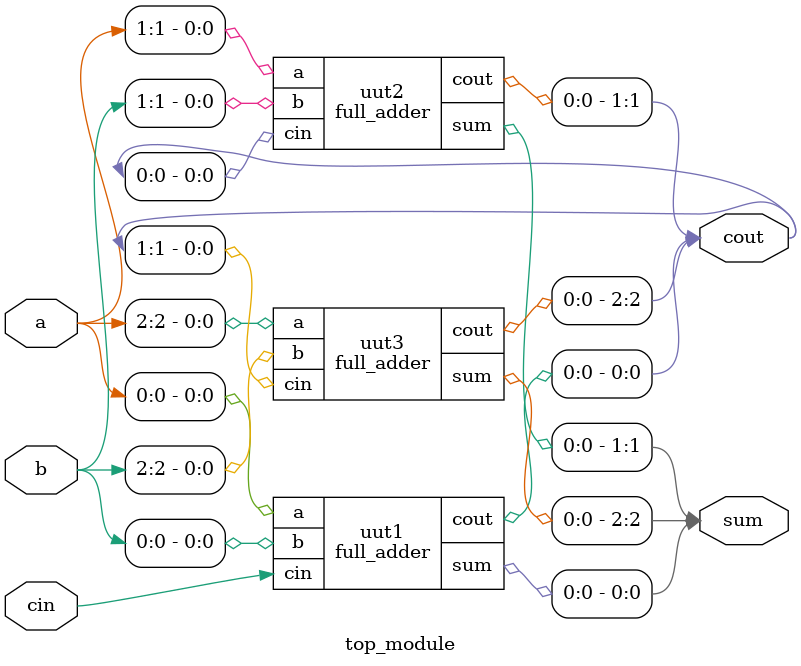
<source format=v>

module full_adder (a,b,cin,cout,sum);
    input a,b,cin;
    output cout,sum;
    
    assign cout=(a&b)|(b&cin)|(cin&a);
    assign sum=a^b^cin;
endmodule
module top_module( 
    input [2:0] a, b,
    input cin,
    output [2:0] cout,
    output [2:0] sum );
    wire c1,c2;
    full_adder uut1(.a(a[0]),.b(b[0]),.cin(cin),.cout(cout[0]),.sum(sum[0]));
    full_adder uut2(.a(a[1]),.b(b[1]),.cin(cout[0]),.cout(cout[1]),.sum(sum[1]));
    full_adder uut3(.a(a[2]),.b(b[2]),.cin(cout[1]),.cout(cout[2]),.sum(sum[2]));
   
endmodule


</source>
